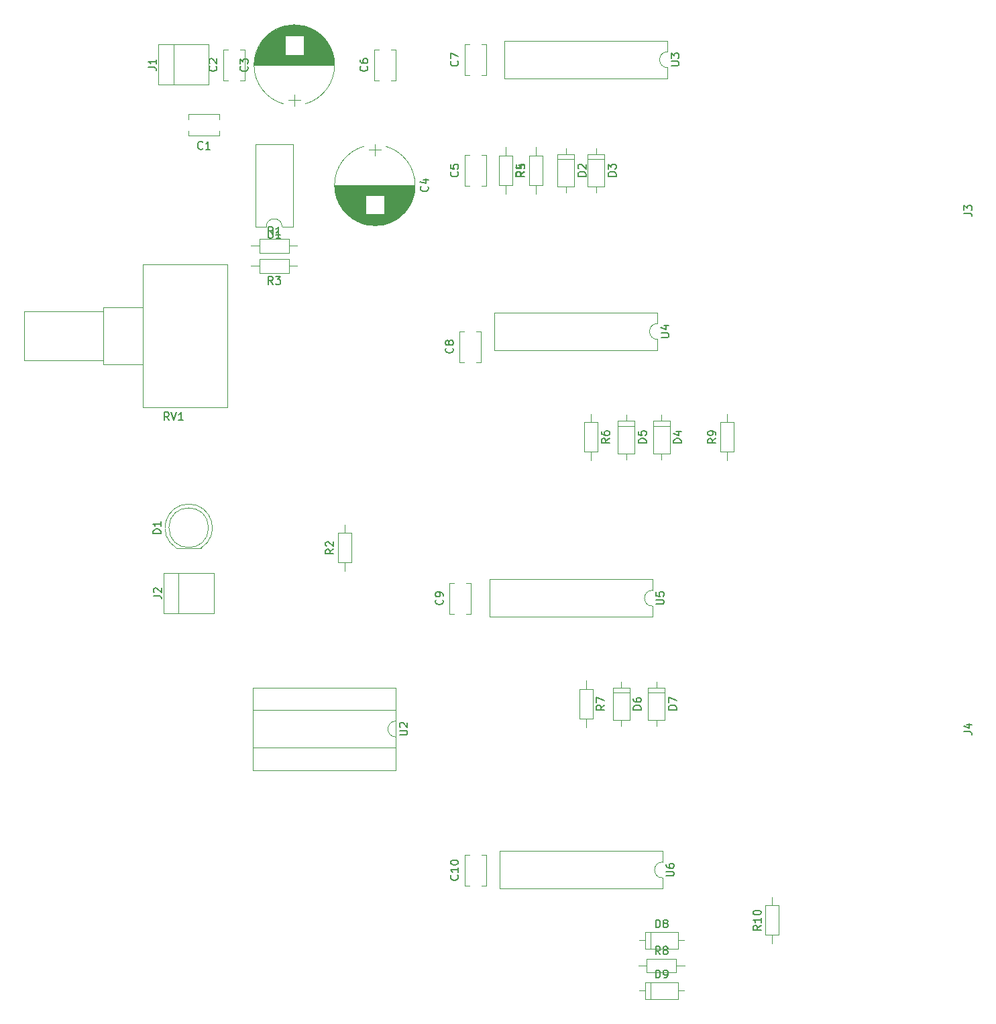
<source format=gbr>
G04 #@! TF.FileFunction,Legend,Top*
%FSLAX46Y46*%
G04 Gerber Fmt 4.6, Leading zero omitted, Abs format (unit mm)*
G04 Created by KiCad (PCBNEW 4.0.7) date 02/18/18 17:55:39*
%MOMM*%
%LPD*%
G01*
G04 APERTURE LIST*
%ADD10C,0.100000*%
%ADD11C,0.120000*%
%ADD12C,0.150000*%
G04 APERTURE END LIST*
D10*
D11*
X62350000Y-136160000D02*
X62350000Y-134790000D01*
X62350000Y-134790000D02*
X44330000Y-134790000D01*
X44330000Y-134790000D02*
X44330000Y-139530000D01*
X44330000Y-139530000D02*
X62350000Y-139530000D01*
X62350000Y-139530000D02*
X62350000Y-138160000D01*
X62350000Y-131960000D02*
X44330000Y-131960000D01*
X44330000Y-131960000D02*
X44330000Y-142360000D01*
X44330000Y-142360000D02*
X62350000Y-142360000D01*
X62350000Y-142360000D02*
X62350000Y-131960000D01*
X62350000Y-138160000D02*
G75*
G02X62350000Y-136160000I0J1000000D01*
G01*
X40080000Y-62320000D02*
X36160000Y-62320000D01*
X40080000Y-59600000D02*
X36160000Y-59600000D01*
X40080000Y-62320000D02*
X40080000Y-61710000D01*
X40080000Y-60210000D02*
X40080000Y-59600000D01*
X36160000Y-62320000D02*
X36160000Y-61710000D01*
X36160000Y-60210000D02*
X36160000Y-59600000D01*
X40550000Y-55320000D02*
X40550000Y-51400000D01*
X43270000Y-55320000D02*
X43270000Y-51400000D01*
X40550000Y-55320000D02*
X41160000Y-55320000D01*
X42660000Y-55320000D02*
X43270000Y-55320000D01*
X40550000Y-51400000D02*
X41160000Y-51400000D01*
X42660000Y-51400000D02*
X43270000Y-51400000D01*
X48146736Y-48481563D02*
G75*
G03X48150000Y-58279357I1383264J-4898437D01*
G01*
X50913264Y-48481563D02*
G75*
G02X50910000Y-58279357I-1383264J-4898437D01*
G01*
X50913264Y-48481563D02*
G75*
G03X48150000Y-48480643I-1383264J-4898437D01*
G01*
X44480000Y-53380000D02*
X54580000Y-53380000D01*
X44480000Y-53340000D02*
X54580000Y-53340000D01*
X44480000Y-53300000D02*
X54580000Y-53300000D01*
X44481000Y-53260000D02*
X54579000Y-53260000D01*
X44482000Y-53220000D02*
X54578000Y-53220000D01*
X44483000Y-53180000D02*
X54577000Y-53180000D01*
X44485000Y-53140000D02*
X54575000Y-53140000D01*
X44487000Y-53100000D02*
X54573000Y-53100000D01*
X44490000Y-53060000D02*
X54570000Y-53060000D01*
X44492000Y-53020000D02*
X54568000Y-53020000D01*
X44495000Y-52980000D02*
X54565000Y-52980000D01*
X44499000Y-52940000D02*
X54561000Y-52940000D01*
X44502000Y-52900000D02*
X54558000Y-52900000D01*
X44506000Y-52860000D02*
X54554000Y-52860000D01*
X44510000Y-52820000D02*
X54550000Y-52820000D01*
X44515000Y-52780000D02*
X54545000Y-52780000D01*
X44520000Y-52740000D02*
X54540000Y-52740000D01*
X44525000Y-52700000D02*
X54535000Y-52700000D01*
X44531000Y-52659000D02*
X54529000Y-52659000D01*
X44537000Y-52619000D02*
X54523000Y-52619000D01*
X44543000Y-52579000D02*
X54517000Y-52579000D01*
X44549000Y-52539000D02*
X54511000Y-52539000D01*
X44556000Y-52499000D02*
X54504000Y-52499000D01*
X44563000Y-52459000D02*
X54497000Y-52459000D01*
X44571000Y-52419000D02*
X54489000Y-52419000D01*
X44579000Y-52379000D02*
X54481000Y-52379000D01*
X44587000Y-52339000D02*
X54473000Y-52339000D01*
X44595000Y-52299000D02*
X54465000Y-52299000D01*
X44604000Y-52259000D02*
X54456000Y-52259000D01*
X44613000Y-52219000D02*
X54447000Y-52219000D01*
X44623000Y-52179000D02*
X54437000Y-52179000D01*
X44633000Y-52139000D02*
X54427000Y-52139000D01*
X44643000Y-52099000D02*
X54417000Y-52099000D01*
X44654000Y-52059000D02*
X48349000Y-52059000D01*
X50711000Y-52059000D02*
X54406000Y-52059000D01*
X44665000Y-52019000D02*
X48349000Y-52019000D01*
X50711000Y-52019000D02*
X54395000Y-52019000D01*
X44676000Y-51979000D02*
X48349000Y-51979000D01*
X50711000Y-51979000D02*
X54384000Y-51979000D01*
X44687000Y-51939000D02*
X48349000Y-51939000D01*
X50711000Y-51939000D02*
X54373000Y-51939000D01*
X44699000Y-51899000D02*
X48349000Y-51899000D01*
X50711000Y-51899000D02*
X54361000Y-51899000D01*
X44712000Y-51859000D02*
X48349000Y-51859000D01*
X50711000Y-51859000D02*
X54348000Y-51859000D01*
X44724000Y-51819000D02*
X48349000Y-51819000D01*
X50711000Y-51819000D02*
X54336000Y-51819000D01*
X44738000Y-51779000D02*
X48349000Y-51779000D01*
X50711000Y-51779000D02*
X54322000Y-51779000D01*
X44751000Y-51739000D02*
X48349000Y-51739000D01*
X50711000Y-51739000D02*
X54309000Y-51739000D01*
X44765000Y-51699000D02*
X48349000Y-51699000D01*
X50711000Y-51699000D02*
X54295000Y-51699000D01*
X44779000Y-51659000D02*
X48349000Y-51659000D01*
X50711000Y-51659000D02*
X54281000Y-51659000D01*
X44793000Y-51619000D02*
X48349000Y-51619000D01*
X50711000Y-51619000D02*
X54267000Y-51619000D01*
X44808000Y-51579000D02*
X48349000Y-51579000D01*
X50711000Y-51579000D02*
X54252000Y-51579000D01*
X44824000Y-51539000D02*
X48349000Y-51539000D01*
X50711000Y-51539000D02*
X54236000Y-51539000D01*
X44839000Y-51499000D02*
X48349000Y-51499000D01*
X50711000Y-51499000D02*
X54221000Y-51499000D01*
X44856000Y-51459000D02*
X48349000Y-51459000D01*
X50711000Y-51459000D02*
X54204000Y-51459000D01*
X44872000Y-51419000D02*
X48349000Y-51419000D01*
X50711000Y-51419000D02*
X54188000Y-51419000D01*
X44889000Y-51379000D02*
X48349000Y-51379000D01*
X50711000Y-51379000D02*
X54171000Y-51379000D01*
X44906000Y-51339000D02*
X48349000Y-51339000D01*
X50711000Y-51339000D02*
X54154000Y-51339000D01*
X44924000Y-51299000D02*
X48349000Y-51299000D01*
X50711000Y-51299000D02*
X54136000Y-51299000D01*
X44942000Y-51259000D02*
X48349000Y-51259000D01*
X50711000Y-51259000D02*
X54118000Y-51259000D01*
X44961000Y-51219000D02*
X48349000Y-51219000D01*
X50711000Y-51219000D02*
X54099000Y-51219000D01*
X44980000Y-51179000D02*
X48349000Y-51179000D01*
X50711000Y-51179000D02*
X54080000Y-51179000D01*
X44999000Y-51139000D02*
X48349000Y-51139000D01*
X50711000Y-51139000D02*
X54061000Y-51139000D01*
X45019000Y-51099000D02*
X48349000Y-51099000D01*
X50711000Y-51099000D02*
X54041000Y-51099000D01*
X45039000Y-51059000D02*
X48349000Y-51059000D01*
X50711000Y-51059000D02*
X54021000Y-51059000D01*
X45060000Y-51019000D02*
X48349000Y-51019000D01*
X50711000Y-51019000D02*
X54000000Y-51019000D01*
X45081000Y-50979000D02*
X48349000Y-50979000D01*
X50711000Y-50979000D02*
X53979000Y-50979000D01*
X45102000Y-50939000D02*
X48349000Y-50939000D01*
X50711000Y-50939000D02*
X53958000Y-50939000D01*
X45125000Y-50899000D02*
X48349000Y-50899000D01*
X50711000Y-50899000D02*
X53935000Y-50899000D01*
X45147000Y-50859000D02*
X48349000Y-50859000D01*
X50711000Y-50859000D02*
X53913000Y-50859000D01*
X45170000Y-50819000D02*
X48349000Y-50819000D01*
X50711000Y-50819000D02*
X53890000Y-50819000D01*
X45194000Y-50779000D02*
X48349000Y-50779000D01*
X50711000Y-50779000D02*
X53866000Y-50779000D01*
X45218000Y-50739000D02*
X48349000Y-50739000D01*
X50711000Y-50739000D02*
X53842000Y-50739000D01*
X45242000Y-50699000D02*
X48349000Y-50699000D01*
X50711000Y-50699000D02*
X53818000Y-50699000D01*
X45267000Y-50659000D02*
X48349000Y-50659000D01*
X50711000Y-50659000D02*
X53793000Y-50659000D01*
X45293000Y-50619000D02*
X48349000Y-50619000D01*
X50711000Y-50619000D02*
X53767000Y-50619000D01*
X45319000Y-50579000D02*
X48349000Y-50579000D01*
X50711000Y-50579000D02*
X53741000Y-50579000D01*
X45345000Y-50539000D02*
X48349000Y-50539000D01*
X50711000Y-50539000D02*
X53715000Y-50539000D01*
X45373000Y-50499000D02*
X48349000Y-50499000D01*
X50711000Y-50499000D02*
X53687000Y-50499000D01*
X45400000Y-50459000D02*
X48349000Y-50459000D01*
X50711000Y-50459000D02*
X53660000Y-50459000D01*
X45429000Y-50419000D02*
X48349000Y-50419000D01*
X50711000Y-50419000D02*
X53631000Y-50419000D01*
X45458000Y-50379000D02*
X48349000Y-50379000D01*
X50711000Y-50379000D02*
X53602000Y-50379000D01*
X45487000Y-50339000D02*
X48349000Y-50339000D01*
X50711000Y-50339000D02*
X53573000Y-50339000D01*
X45517000Y-50299000D02*
X48349000Y-50299000D01*
X50711000Y-50299000D02*
X53543000Y-50299000D01*
X45548000Y-50259000D02*
X48349000Y-50259000D01*
X50711000Y-50259000D02*
X53512000Y-50259000D01*
X45579000Y-50219000D02*
X48349000Y-50219000D01*
X50711000Y-50219000D02*
X53481000Y-50219000D01*
X45611000Y-50179000D02*
X48349000Y-50179000D01*
X50711000Y-50179000D02*
X53449000Y-50179000D01*
X45644000Y-50139000D02*
X48349000Y-50139000D01*
X50711000Y-50139000D02*
X53416000Y-50139000D01*
X45677000Y-50099000D02*
X48349000Y-50099000D01*
X50711000Y-50099000D02*
X53383000Y-50099000D01*
X45711000Y-50059000D02*
X48349000Y-50059000D01*
X50711000Y-50059000D02*
X53349000Y-50059000D01*
X45746000Y-50019000D02*
X48349000Y-50019000D01*
X50711000Y-50019000D02*
X53314000Y-50019000D01*
X45782000Y-49979000D02*
X48349000Y-49979000D01*
X50711000Y-49979000D02*
X53278000Y-49979000D01*
X45818000Y-49939000D02*
X48349000Y-49939000D01*
X50711000Y-49939000D02*
X53242000Y-49939000D01*
X45855000Y-49899000D02*
X48349000Y-49899000D01*
X50711000Y-49899000D02*
X53205000Y-49899000D01*
X45893000Y-49859000D02*
X48349000Y-49859000D01*
X50711000Y-49859000D02*
X53167000Y-49859000D01*
X45932000Y-49819000D02*
X48349000Y-49819000D01*
X50711000Y-49819000D02*
X53128000Y-49819000D01*
X45971000Y-49779000D02*
X48349000Y-49779000D01*
X50711000Y-49779000D02*
X53089000Y-49779000D01*
X46012000Y-49739000D02*
X48349000Y-49739000D01*
X50711000Y-49739000D02*
X53048000Y-49739000D01*
X46053000Y-49699000D02*
X53007000Y-49699000D01*
X46095000Y-49659000D02*
X52965000Y-49659000D01*
X46139000Y-49619000D02*
X52921000Y-49619000D01*
X46183000Y-49579000D02*
X52877000Y-49579000D01*
X46228000Y-49539000D02*
X52832000Y-49539000D01*
X46275000Y-49499000D02*
X52785000Y-49499000D01*
X46323000Y-49459000D02*
X52737000Y-49459000D01*
X46372000Y-49419000D02*
X52688000Y-49419000D01*
X46422000Y-49379000D02*
X52638000Y-49379000D01*
X46473000Y-49339000D02*
X52587000Y-49339000D01*
X46526000Y-49299000D02*
X52534000Y-49299000D01*
X46581000Y-49259000D02*
X52479000Y-49259000D01*
X46636000Y-49219000D02*
X52424000Y-49219000D01*
X46694000Y-49179000D02*
X52366000Y-49179000D01*
X46753000Y-49139000D02*
X52307000Y-49139000D01*
X46815000Y-49099000D02*
X52245000Y-49099000D01*
X46878000Y-49059000D02*
X52182000Y-49059000D01*
X46943000Y-49019000D02*
X52117000Y-49019000D01*
X47011000Y-48979000D02*
X52049000Y-48979000D01*
X47081000Y-48939000D02*
X51979000Y-48939000D01*
X47153000Y-48899000D02*
X51907000Y-48899000D01*
X47229000Y-48859000D02*
X51831000Y-48859000D01*
X47308000Y-48819000D02*
X51752000Y-48819000D01*
X47390000Y-48779000D02*
X51670000Y-48779000D01*
X47477000Y-48739000D02*
X51583000Y-48739000D01*
X47568000Y-48699000D02*
X51492000Y-48699000D01*
X47664000Y-48659000D02*
X51396000Y-48659000D01*
X47767000Y-48619000D02*
X51293000Y-48619000D01*
X47876000Y-48579000D02*
X51184000Y-48579000D01*
X47994000Y-48539000D02*
X51066000Y-48539000D01*
X48123000Y-48499000D02*
X50937000Y-48499000D01*
X48265000Y-48459000D02*
X50795000Y-48459000D01*
X48426000Y-48419000D02*
X50634000Y-48419000D01*
X48617000Y-48379000D02*
X50443000Y-48379000D01*
X48858000Y-48339000D02*
X50202000Y-48339000D01*
X49251000Y-48299000D02*
X49809000Y-48299000D01*
X49530000Y-58580000D02*
X49530000Y-57080000D01*
X48780000Y-57830000D02*
X50280000Y-57830000D01*
X61073264Y-73438437D02*
G75*
G03X61070000Y-63640643I-1383264J4898437D01*
G01*
X58306736Y-73438437D02*
G75*
G02X58310000Y-63640643I1383264J4898437D01*
G01*
X58306736Y-73438437D02*
G75*
G03X61070000Y-73439357I1383264J4898437D01*
G01*
X64740000Y-68540000D02*
X54640000Y-68540000D01*
X64740000Y-68580000D02*
X54640000Y-68580000D01*
X64740000Y-68620000D02*
X54640000Y-68620000D01*
X64739000Y-68660000D02*
X54641000Y-68660000D01*
X64738000Y-68700000D02*
X54642000Y-68700000D01*
X64737000Y-68740000D02*
X54643000Y-68740000D01*
X64735000Y-68780000D02*
X54645000Y-68780000D01*
X64733000Y-68820000D02*
X54647000Y-68820000D01*
X64730000Y-68860000D02*
X54650000Y-68860000D01*
X64728000Y-68900000D02*
X54652000Y-68900000D01*
X64725000Y-68940000D02*
X54655000Y-68940000D01*
X64721000Y-68980000D02*
X54659000Y-68980000D01*
X64718000Y-69020000D02*
X54662000Y-69020000D01*
X64714000Y-69060000D02*
X54666000Y-69060000D01*
X64710000Y-69100000D02*
X54670000Y-69100000D01*
X64705000Y-69140000D02*
X54675000Y-69140000D01*
X64700000Y-69180000D02*
X54680000Y-69180000D01*
X64695000Y-69220000D02*
X54685000Y-69220000D01*
X64689000Y-69261000D02*
X54691000Y-69261000D01*
X64683000Y-69301000D02*
X54697000Y-69301000D01*
X64677000Y-69341000D02*
X54703000Y-69341000D01*
X64671000Y-69381000D02*
X54709000Y-69381000D01*
X64664000Y-69421000D02*
X54716000Y-69421000D01*
X64657000Y-69461000D02*
X54723000Y-69461000D01*
X64649000Y-69501000D02*
X54731000Y-69501000D01*
X64641000Y-69541000D02*
X54739000Y-69541000D01*
X64633000Y-69581000D02*
X54747000Y-69581000D01*
X64625000Y-69621000D02*
X54755000Y-69621000D01*
X64616000Y-69661000D02*
X54764000Y-69661000D01*
X64607000Y-69701000D02*
X54773000Y-69701000D01*
X64597000Y-69741000D02*
X54783000Y-69741000D01*
X64587000Y-69781000D02*
X54793000Y-69781000D01*
X64577000Y-69821000D02*
X54803000Y-69821000D01*
X64566000Y-69861000D02*
X60871000Y-69861000D01*
X58509000Y-69861000D02*
X54814000Y-69861000D01*
X64555000Y-69901000D02*
X60871000Y-69901000D01*
X58509000Y-69901000D02*
X54825000Y-69901000D01*
X64544000Y-69941000D02*
X60871000Y-69941000D01*
X58509000Y-69941000D02*
X54836000Y-69941000D01*
X64533000Y-69981000D02*
X60871000Y-69981000D01*
X58509000Y-69981000D02*
X54847000Y-69981000D01*
X64521000Y-70021000D02*
X60871000Y-70021000D01*
X58509000Y-70021000D02*
X54859000Y-70021000D01*
X64508000Y-70061000D02*
X60871000Y-70061000D01*
X58509000Y-70061000D02*
X54872000Y-70061000D01*
X64496000Y-70101000D02*
X60871000Y-70101000D01*
X58509000Y-70101000D02*
X54884000Y-70101000D01*
X64482000Y-70141000D02*
X60871000Y-70141000D01*
X58509000Y-70141000D02*
X54898000Y-70141000D01*
X64469000Y-70181000D02*
X60871000Y-70181000D01*
X58509000Y-70181000D02*
X54911000Y-70181000D01*
X64455000Y-70221000D02*
X60871000Y-70221000D01*
X58509000Y-70221000D02*
X54925000Y-70221000D01*
X64441000Y-70261000D02*
X60871000Y-70261000D01*
X58509000Y-70261000D02*
X54939000Y-70261000D01*
X64427000Y-70301000D02*
X60871000Y-70301000D01*
X58509000Y-70301000D02*
X54953000Y-70301000D01*
X64412000Y-70341000D02*
X60871000Y-70341000D01*
X58509000Y-70341000D02*
X54968000Y-70341000D01*
X64396000Y-70381000D02*
X60871000Y-70381000D01*
X58509000Y-70381000D02*
X54984000Y-70381000D01*
X64381000Y-70421000D02*
X60871000Y-70421000D01*
X58509000Y-70421000D02*
X54999000Y-70421000D01*
X64364000Y-70461000D02*
X60871000Y-70461000D01*
X58509000Y-70461000D02*
X55016000Y-70461000D01*
X64348000Y-70501000D02*
X60871000Y-70501000D01*
X58509000Y-70501000D02*
X55032000Y-70501000D01*
X64331000Y-70541000D02*
X60871000Y-70541000D01*
X58509000Y-70541000D02*
X55049000Y-70541000D01*
X64314000Y-70581000D02*
X60871000Y-70581000D01*
X58509000Y-70581000D02*
X55066000Y-70581000D01*
X64296000Y-70621000D02*
X60871000Y-70621000D01*
X58509000Y-70621000D02*
X55084000Y-70621000D01*
X64278000Y-70661000D02*
X60871000Y-70661000D01*
X58509000Y-70661000D02*
X55102000Y-70661000D01*
X64259000Y-70701000D02*
X60871000Y-70701000D01*
X58509000Y-70701000D02*
X55121000Y-70701000D01*
X64240000Y-70741000D02*
X60871000Y-70741000D01*
X58509000Y-70741000D02*
X55140000Y-70741000D01*
X64221000Y-70781000D02*
X60871000Y-70781000D01*
X58509000Y-70781000D02*
X55159000Y-70781000D01*
X64201000Y-70821000D02*
X60871000Y-70821000D01*
X58509000Y-70821000D02*
X55179000Y-70821000D01*
X64181000Y-70861000D02*
X60871000Y-70861000D01*
X58509000Y-70861000D02*
X55199000Y-70861000D01*
X64160000Y-70901000D02*
X60871000Y-70901000D01*
X58509000Y-70901000D02*
X55220000Y-70901000D01*
X64139000Y-70941000D02*
X60871000Y-70941000D01*
X58509000Y-70941000D02*
X55241000Y-70941000D01*
X64118000Y-70981000D02*
X60871000Y-70981000D01*
X58509000Y-70981000D02*
X55262000Y-70981000D01*
X64095000Y-71021000D02*
X60871000Y-71021000D01*
X58509000Y-71021000D02*
X55285000Y-71021000D01*
X64073000Y-71061000D02*
X60871000Y-71061000D01*
X58509000Y-71061000D02*
X55307000Y-71061000D01*
X64050000Y-71101000D02*
X60871000Y-71101000D01*
X58509000Y-71101000D02*
X55330000Y-71101000D01*
X64026000Y-71141000D02*
X60871000Y-71141000D01*
X58509000Y-71141000D02*
X55354000Y-71141000D01*
X64002000Y-71181000D02*
X60871000Y-71181000D01*
X58509000Y-71181000D02*
X55378000Y-71181000D01*
X63978000Y-71221000D02*
X60871000Y-71221000D01*
X58509000Y-71221000D02*
X55402000Y-71221000D01*
X63953000Y-71261000D02*
X60871000Y-71261000D01*
X58509000Y-71261000D02*
X55427000Y-71261000D01*
X63927000Y-71301000D02*
X60871000Y-71301000D01*
X58509000Y-71301000D02*
X55453000Y-71301000D01*
X63901000Y-71341000D02*
X60871000Y-71341000D01*
X58509000Y-71341000D02*
X55479000Y-71341000D01*
X63875000Y-71381000D02*
X60871000Y-71381000D01*
X58509000Y-71381000D02*
X55505000Y-71381000D01*
X63847000Y-71421000D02*
X60871000Y-71421000D01*
X58509000Y-71421000D02*
X55533000Y-71421000D01*
X63820000Y-71461000D02*
X60871000Y-71461000D01*
X58509000Y-71461000D02*
X55560000Y-71461000D01*
X63791000Y-71501000D02*
X60871000Y-71501000D01*
X58509000Y-71501000D02*
X55589000Y-71501000D01*
X63762000Y-71541000D02*
X60871000Y-71541000D01*
X58509000Y-71541000D02*
X55618000Y-71541000D01*
X63733000Y-71581000D02*
X60871000Y-71581000D01*
X58509000Y-71581000D02*
X55647000Y-71581000D01*
X63703000Y-71621000D02*
X60871000Y-71621000D01*
X58509000Y-71621000D02*
X55677000Y-71621000D01*
X63672000Y-71661000D02*
X60871000Y-71661000D01*
X58509000Y-71661000D02*
X55708000Y-71661000D01*
X63641000Y-71701000D02*
X60871000Y-71701000D01*
X58509000Y-71701000D02*
X55739000Y-71701000D01*
X63609000Y-71741000D02*
X60871000Y-71741000D01*
X58509000Y-71741000D02*
X55771000Y-71741000D01*
X63576000Y-71781000D02*
X60871000Y-71781000D01*
X58509000Y-71781000D02*
X55804000Y-71781000D01*
X63543000Y-71821000D02*
X60871000Y-71821000D01*
X58509000Y-71821000D02*
X55837000Y-71821000D01*
X63509000Y-71861000D02*
X60871000Y-71861000D01*
X58509000Y-71861000D02*
X55871000Y-71861000D01*
X63474000Y-71901000D02*
X60871000Y-71901000D01*
X58509000Y-71901000D02*
X55906000Y-71901000D01*
X63438000Y-71941000D02*
X60871000Y-71941000D01*
X58509000Y-71941000D02*
X55942000Y-71941000D01*
X63402000Y-71981000D02*
X60871000Y-71981000D01*
X58509000Y-71981000D02*
X55978000Y-71981000D01*
X63365000Y-72021000D02*
X60871000Y-72021000D01*
X58509000Y-72021000D02*
X56015000Y-72021000D01*
X63327000Y-72061000D02*
X60871000Y-72061000D01*
X58509000Y-72061000D02*
X56053000Y-72061000D01*
X63288000Y-72101000D02*
X60871000Y-72101000D01*
X58509000Y-72101000D02*
X56092000Y-72101000D01*
X63249000Y-72141000D02*
X60871000Y-72141000D01*
X58509000Y-72141000D02*
X56131000Y-72141000D01*
X63208000Y-72181000D02*
X60871000Y-72181000D01*
X58509000Y-72181000D02*
X56172000Y-72181000D01*
X63167000Y-72221000D02*
X56213000Y-72221000D01*
X63125000Y-72261000D02*
X56255000Y-72261000D01*
X63081000Y-72301000D02*
X56299000Y-72301000D01*
X63037000Y-72341000D02*
X56343000Y-72341000D01*
X62992000Y-72381000D02*
X56388000Y-72381000D01*
X62945000Y-72421000D02*
X56435000Y-72421000D01*
X62897000Y-72461000D02*
X56483000Y-72461000D01*
X62848000Y-72501000D02*
X56532000Y-72501000D01*
X62798000Y-72541000D02*
X56582000Y-72541000D01*
X62747000Y-72581000D02*
X56633000Y-72581000D01*
X62694000Y-72621000D02*
X56686000Y-72621000D01*
X62639000Y-72661000D02*
X56741000Y-72661000D01*
X62584000Y-72701000D02*
X56796000Y-72701000D01*
X62526000Y-72741000D02*
X56854000Y-72741000D01*
X62467000Y-72781000D02*
X56913000Y-72781000D01*
X62405000Y-72821000D02*
X56975000Y-72821000D01*
X62342000Y-72861000D02*
X57038000Y-72861000D01*
X62277000Y-72901000D02*
X57103000Y-72901000D01*
X62209000Y-72941000D02*
X57171000Y-72941000D01*
X62139000Y-72981000D02*
X57241000Y-72981000D01*
X62067000Y-73021000D02*
X57313000Y-73021000D01*
X61991000Y-73061000D02*
X57389000Y-73061000D01*
X61912000Y-73101000D02*
X57468000Y-73101000D01*
X61830000Y-73141000D02*
X57550000Y-73141000D01*
X61743000Y-73181000D02*
X57637000Y-73181000D01*
X61652000Y-73221000D02*
X57728000Y-73221000D01*
X61556000Y-73261000D02*
X57824000Y-73261000D01*
X61453000Y-73301000D02*
X57927000Y-73301000D01*
X61344000Y-73341000D02*
X58036000Y-73341000D01*
X61226000Y-73381000D02*
X58154000Y-73381000D01*
X61097000Y-73421000D02*
X58283000Y-73421000D01*
X60955000Y-73461000D02*
X58425000Y-73461000D01*
X60794000Y-73501000D02*
X58586000Y-73501000D01*
X60603000Y-73541000D02*
X58777000Y-73541000D01*
X60362000Y-73581000D02*
X59018000Y-73581000D01*
X59969000Y-73621000D02*
X59411000Y-73621000D01*
X59690000Y-63340000D02*
X59690000Y-64840000D01*
X60440000Y-64090000D02*
X58940000Y-64090000D01*
X71030000Y-68655000D02*
X71030000Y-64735000D01*
X73750000Y-68655000D02*
X73750000Y-64735000D01*
X71030000Y-68655000D02*
X71640000Y-68655000D01*
X73140000Y-68655000D02*
X73750000Y-68655000D01*
X71030000Y-64735000D02*
X71640000Y-64735000D01*
X73140000Y-64735000D02*
X73750000Y-64735000D01*
X59600000Y-55320000D02*
X59600000Y-51400000D01*
X62320000Y-55320000D02*
X62320000Y-51400000D01*
X59600000Y-55320000D02*
X60210000Y-55320000D01*
X61710000Y-55320000D02*
X62320000Y-55320000D01*
X59600000Y-51400000D02*
X60210000Y-51400000D01*
X61710000Y-51400000D02*
X62320000Y-51400000D01*
X71030000Y-54685000D02*
X71030000Y-50765000D01*
X73750000Y-54685000D02*
X73750000Y-50765000D01*
X71030000Y-54685000D02*
X71640000Y-54685000D01*
X73140000Y-54685000D02*
X73750000Y-54685000D01*
X71030000Y-50765000D02*
X71640000Y-50765000D01*
X73140000Y-50765000D02*
X73750000Y-50765000D01*
X70395000Y-90880000D02*
X70395000Y-86960000D01*
X73115000Y-90880000D02*
X73115000Y-86960000D01*
X70395000Y-90880000D02*
X71005000Y-90880000D01*
X72505000Y-90880000D02*
X73115000Y-90880000D01*
X70395000Y-86960000D02*
X71005000Y-86960000D01*
X72505000Y-86960000D02*
X73115000Y-86960000D01*
X69125000Y-122630000D02*
X69125000Y-118710000D01*
X71845000Y-122630000D02*
X71845000Y-118710000D01*
X69125000Y-122630000D02*
X69735000Y-122630000D01*
X71235000Y-122630000D02*
X71845000Y-122630000D01*
X69125000Y-118710000D02*
X69735000Y-118710000D01*
X71235000Y-118710000D02*
X71845000Y-118710000D01*
X71030000Y-156920000D02*
X71030000Y-153000000D01*
X73750000Y-156920000D02*
X73750000Y-153000000D01*
X71030000Y-156920000D02*
X71640000Y-156920000D01*
X73140000Y-156920000D02*
X73750000Y-156920000D01*
X71030000Y-153000000D02*
X71640000Y-153000000D01*
X73140000Y-153000000D02*
X73750000Y-153000000D01*
X36195462Y-108770000D02*
G75*
G03X34650170Y-114320000I-462J-2990000D01*
G01*
X36194538Y-108770000D02*
G75*
G02X37739830Y-114320000I462J-2990000D01*
G01*
X38695000Y-111760000D02*
G75*
G03X38695000Y-111760000I-2500000J0D01*
G01*
X34650000Y-114320000D02*
X37740000Y-114320000D01*
X84880000Y-64615000D02*
X82760000Y-64615000D01*
X82760000Y-64615000D02*
X82760000Y-68735000D01*
X82760000Y-68735000D02*
X84880000Y-68735000D01*
X84880000Y-68735000D02*
X84880000Y-64615000D01*
X83820000Y-63845000D02*
X83820000Y-64615000D01*
X83820000Y-69505000D02*
X83820000Y-68735000D01*
X84880000Y-65275000D02*
X82760000Y-65275000D01*
X88690000Y-64615000D02*
X86570000Y-64615000D01*
X86570000Y-64615000D02*
X86570000Y-68735000D01*
X86570000Y-68735000D02*
X88690000Y-68735000D01*
X88690000Y-68735000D02*
X88690000Y-64615000D01*
X87630000Y-63845000D02*
X87630000Y-64615000D01*
X87630000Y-69505000D02*
X87630000Y-68735000D01*
X88690000Y-65275000D02*
X86570000Y-65275000D01*
X96945000Y-98270000D02*
X94825000Y-98270000D01*
X94825000Y-98270000D02*
X94825000Y-102390000D01*
X94825000Y-102390000D02*
X96945000Y-102390000D01*
X96945000Y-102390000D02*
X96945000Y-98270000D01*
X95885000Y-97500000D02*
X95885000Y-98270000D01*
X95885000Y-103160000D02*
X95885000Y-102390000D01*
X96945000Y-98930000D02*
X94825000Y-98930000D01*
X92500000Y-98270000D02*
X90380000Y-98270000D01*
X90380000Y-98270000D02*
X90380000Y-102390000D01*
X90380000Y-102390000D02*
X92500000Y-102390000D01*
X92500000Y-102390000D02*
X92500000Y-98270000D01*
X91440000Y-97500000D02*
X91440000Y-98270000D01*
X91440000Y-103160000D02*
X91440000Y-102390000D01*
X92500000Y-98930000D02*
X90380000Y-98930000D01*
X91865000Y-131925000D02*
X89745000Y-131925000D01*
X89745000Y-131925000D02*
X89745000Y-136045000D01*
X89745000Y-136045000D02*
X91865000Y-136045000D01*
X91865000Y-136045000D02*
X91865000Y-131925000D01*
X90805000Y-131155000D02*
X90805000Y-131925000D01*
X90805000Y-136815000D02*
X90805000Y-136045000D01*
X91865000Y-132585000D02*
X89745000Y-132585000D01*
X96310000Y-131925000D02*
X94190000Y-131925000D01*
X94190000Y-131925000D02*
X94190000Y-136045000D01*
X94190000Y-136045000D02*
X96310000Y-136045000D01*
X96310000Y-136045000D02*
X96310000Y-131925000D01*
X95250000Y-131155000D02*
X95250000Y-131925000D01*
X95250000Y-136815000D02*
X95250000Y-136045000D01*
X96310000Y-132585000D02*
X94190000Y-132585000D01*
X93825000Y-162770000D02*
X93825000Y-164890000D01*
X93825000Y-164890000D02*
X97945000Y-164890000D01*
X97945000Y-164890000D02*
X97945000Y-162770000D01*
X97945000Y-162770000D02*
X93825000Y-162770000D01*
X93055000Y-163830000D02*
X93825000Y-163830000D01*
X98715000Y-163830000D02*
X97945000Y-163830000D01*
X94485000Y-162770000D02*
X94485000Y-164890000D01*
X93825000Y-169120000D02*
X93825000Y-171240000D01*
X93825000Y-171240000D02*
X97945000Y-171240000D01*
X97945000Y-171240000D02*
X97945000Y-169120000D01*
X97945000Y-169120000D02*
X93825000Y-169120000D01*
X93055000Y-170180000D02*
X93825000Y-170180000D01*
X98715000Y-170180000D02*
X97945000Y-170180000D01*
X94485000Y-169120000D02*
X94485000Y-171240000D01*
X34290000Y-50800000D02*
X34290000Y-55880000D01*
X38730000Y-50800000D02*
X38730000Y-55880000D01*
X32390000Y-55880000D02*
X32390000Y-50800000D01*
X32390000Y-55880000D02*
X38730000Y-55880000D01*
X32390000Y-50800000D02*
X38730000Y-50800000D01*
X34925000Y-117475000D02*
X34925000Y-122555000D01*
X39365000Y-117475000D02*
X39365000Y-122555000D01*
X33025000Y-122555000D02*
X33025000Y-117475000D01*
X33025000Y-122555000D02*
X39365000Y-122555000D01*
X33025000Y-117475000D02*
X39365000Y-117475000D01*
X45130000Y-75340000D02*
X45130000Y-77060000D01*
X45130000Y-77060000D02*
X48850000Y-77060000D01*
X48850000Y-77060000D02*
X48850000Y-75340000D01*
X48850000Y-75340000D02*
X45130000Y-75340000D01*
X44060000Y-76200000D02*
X45130000Y-76200000D01*
X49920000Y-76200000D02*
X48850000Y-76200000D01*
X55020000Y-116160000D02*
X56740000Y-116160000D01*
X56740000Y-116160000D02*
X56740000Y-112440000D01*
X56740000Y-112440000D02*
X55020000Y-112440000D01*
X55020000Y-112440000D02*
X55020000Y-116160000D01*
X55880000Y-117230000D02*
X55880000Y-116160000D01*
X55880000Y-111370000D02*
X55880000Y-112440000D01*
X48850000Y-79600000D02*
X48850000Y-77880000D01*
X48850000Y-77880000D02*
X45130000Y-77880000D01*
X45130000Y-77880000D02*
X45130000Y-79600000D01*
X45130000Y-79600000D02*
X48850000Y-79600000D01*
X49920000Y-78740000D02*
X48850000Y-78740000D01*
X44060000Y-78740000D02*
X45130000Y-78740000D01*
X77060000Y-64815000D02*
X75340000Y-64815000D01*
X75340000Y-64815000D02*
X75340000Y-68535000D01*
X75340000Y-68535000D02*
X77060000Y-68535000D01*
X77060000Y-68535000D02*
X77060000Y-64815000D01*
X76200000Y-63745000D02*
X76200000Y-64815000D01*
X76200000Y-69605000D02*
X76200000Y-68535000D01*
X79150000Y-68535000D02*
X80870000Y-68535000D01*
X80870000Y-68535000D02*
X80870000Y-64815000D01*
X80870000Y-64815000D02*
X79150000Y-64815000D01*
X79150000Y-64815000D02*
X79150000Y-68535000D01*
X80010000Y-69605000D02*
X80010000Y-68535000D01*
X80010000Y-63745000D02*
X80010000Y-64815000D01*
X87855000Y-98470000D02*
X86135000Y-98470000D01*
X86135000Y-98470000D02*
X86135000Y-102190000D01*
X86135000Y-102190000D02*
X87855000Y-102190000D01*
X87855000Y-102190000D02*
X87855000Y-98470000D01*
X86995000Y-97400000D02*
X86995000Y-98470000D01*
X86995000Y-103260000D02*
X86995000Y-102190000D01*
X87220000Y-132125000D02*
X85500000Y-132125000D01*
X85500000Y-132125000D02*
X85500000Y-135845000D01*
X85500000Y-135845000D02*
X87220000Y-135845000D01*
X87220000Y-135845000D02*
X87220000Y-132125000D01*
X86360000Y-131055000D02*
X86360000Y-132125000D01*
X86360000Y-136915000D02*
X86360000Y-135845000D01*
X94025000Y-166145000D02*
X94025000Y-167865000D01*
X94025000Y-167865000D02*
X97745000Y-167865000D01*
X97745000Y-167865000D02*
X97745000Y-166145000D01*
X97745000Y-166145000D02*
X94025000Y-166145000D01*
X92955000Y-167005000D02*
X94025000Y-167005000D01*
X98815000Y-167005000D02*
X97745000Y-167005000D01*
X103280000Y-102190000D02*
X105000000Y-102190000D01*
X105000000Y-102190000D02*
X105000000Y-98470000D01*
X105000000Y-98470000D02*
X103280000Y-98470000D01*
X103280000Y-98470000D02*
X103280000Y-102190000D01*
X104140000Y-103260000D02*
X104140000Y-102190000D01*
X104140000Y-97400000D02*
X104140000Y-98470000D01*
X108995000Y-163150000D02*
X110715000Y-163150000D01*
X110715000Y-163150000D02*
X110715000Y-159430000D01*
X110715000Y-159430000D02*
X108995000Y-159430000D01*
X108995000Y-159430000D02*
X108995000Y-163150000D01*
X109855000Y-164220000D02*
X109855000Y-163150000D01*
X109855000Y-158360000D02*
X109855000Y-159430000D01*
X41050000Y-96560000D02*
X30430000Y-96560000D01*
X41050000Y-78539000D02*
X30430000Y-78539000D01*
X41050000Y-96560000D02*
X41050000Y-78539000D01*
X30430000Y-96560000D02*
X30430000Y-78539000D01*
X30430000Y-91110000D02*
X25430000Y-91110000D01*
X30430000Y-83990000D02*
X25430000Y-83990000D01*
X30430000Y-91110000D02*
X30430000Y-83990000D01*
X25430000Y-91110000D02*
X25430000Y-83990000D01*
X25430000Y-90610000D02*
X15430000Y-90610000D01*
X25430000Y-84490000D02*
X15430000Y-84490000D01*
X25430000Y-90610000D02*
X25430000Y-84490000D01*
X15430000Y-90610000D02*
X15430000Y-84490000D01*
X47990000Y-73780000D02*
X49360000Y-73780000D01*
X49360000Y-73780000D02*
X49360000Y-63380000D01*
X49360000Y-63380000D02*
X44620000Y-63380000D01*
X44620000Y-63380000D02*
X44620000Y-73780000D01*
X44620000Y-73780000D02*
X45990000Y-73780000D01*
X45990000Y-73780000D02*
G75*
G02X47990000Y-73780000I1000000J0D01*
G01*
X96640000Y-51705000D02*
X96640000Y-50335000D01*
X96640000Y-50335000D02*
X76080000Y-50335000D01*
X76080000Y-50335000D02*
X76080000Y-55075000D01*
X76080000Y-55075000D02*
X96640000Y-55075000D01*
X96640000Y-55075000D02*
X96640000Y-53705000D01*
X96640000Y-53705000D02*
G75*
G02X96640000Y-51705000I0J1000000D01*
G01*
X95370000Y-85995000D02*
X95370000Y-84625000D01*
X95370000Y-84625000D02*
X74810000Y-84625000D01*
X74810000Y-84625000D02*
X74810000Y-89365000D01*
X74810000Y-89365000D02*
X95370000Y-89365000D01*
X95370000Y-89365000D02*
X95370000Y-87995000D01*
X95370000Y-87995000D02*
G75*
G02X95370000Y-85995000I0J1000000D01*
G01*
X94735000Y-119650000D02*
X94735000Y-118280000D01*
X94735000Y-118280000D02*
X74175000Y-118280000D01*
X74175000Y-118280000D02*
X74175000Y-123020000D01*
X74175000Y-123020000D02*
X94735000Y-123020000D01*
X94735000Y-123020000D02*
X94735000Y-121650000D01*
X94735000Y-121650000D02*
G75*
G02X94735000Y-119650000I0J1000000D01*
G01*
X96005000Y-153940000D02*
X96005000Y-152570000D01*
X96005000Y-152570000D02*
X75445000Y-152570000D01*
X75445000Y-152570000D02*
X75445000Y-157310000D01*
X75445000Y-157310000D02*
X96005000Y-157310000D01*
X96005000Y-157310000D02*
X96005000Y-155940000D01*
X96005000Y-155940000D02*
G75*
G02X96005000Y-153940000I0J1000000D01*
G01*
D12*
X134072381Y-72088333D02*
X134786667Y-72088333D01*
X134929524Y-72135953D01*
X135024762Y-72231191D01*
X135072381Y-72374048D01*
X135072381Y-72469286D01*
X134072381Y-71707381D02*
X134072381Y-71088333D01*
X134453333Y-71421667D01*
X134453333Y-71278809D01*
X134500952Y-71183571D01*
X134548571Y-71135952D01*
X134643810Y-71088333D01*
X134881905Y-71088333D01*
X134977143Y-71135952D01*
X135024762Y-71183571D01*
X135072381Y-71278809D01*
X135072381Y-71564524D01*
X135024762Y-71659762D01*
X134977143Y-71707381D01*
X62802381Y-137921905D02*
X63611905Y-137921905D01*
X63707143Y-137874286D01*
X63754762Y-137826667D01*
X63802381Y-137731429D01*
X63802381Y-137540952D01*
X63754762Y-137445714D01*
X63707143Y-137398095D01*
X63611905Y-137350476D01*
X62802381Y-137350476D01*
X62897619Y-136921905D02*
X62850000Y-136874286D01*
X62802381Y-136779048D01*
X62802381Y-136540952D01*
X62850000Y-136445714D01*
X62897619Y-136398095D01*
X62992857Y-136350476D01*
X63088095Y-136350476D01*
X63230952Y-136398095D01*
X63802381Y-136969524D01*
X63802381Y-136350476D01*
X37953334Y-63927143D02*
X37905715Y-63974762D01*
X37762858Y-64022381D01*
X37667620Y-64022381D01*
X37524762Y-63974762D01*
X37429524Y-63879524D01*
X37381905Y-63784286D01*
X37334286Y-63593810D01*
X37334286Y-63450952D01*
X37381905Y-63260476D01*
X37429524Y-63165238D01*
X37524762Y-63070000D01*
X37667620Y-63022381D01*
X37762858Y-63022381D01*
X37905715Y-63070000D01*
X37953334Y-63117619D01*
X38905715Y-64022381D02*
X38334286Y-64022381D01*
X38620000Y-64022381D02*
X38620000Y-63022381D01*
X38524762Y-63165238D01*
X38429524Y-63260476D01*
X38334286Y-63308095D01*
X39657143Y-53526666D02*
X39704762Y-53574285D01*
X39752381Y-53717142D01*
X39752381Y-53812380D01*
X39704762Y-53955238D01*
X39609524Y-54050476D01*
X39514286Y-54098095D01*
X39323810Y-54145714D01*
X39180952Y-54145714D01*
X38990476Y-54098095D01*
X38895238Y-54050476D01*
X38800000Y-53955238D01*
X38752381Y-53812380D01*
X38752381Y-53717142D01*
X38800000Y-53574285D01*
X38847619Y-53526666D01*
X38847619Y-53145714D02*
X38800000Y-53098095D01*
X38752381Y-53002857D01*
X38752381Y-52764761D01*
X38800000Y-52669523D01*
X38847619Y-52621904D01*
X38942857Y-52574285D01*
X39038095Y-52574285D01*
X39180952Y-52621904D01*
X39752381Y-53193333D01*
X39752381Y-52574285D01*
X43577143Y-53546666D02*
X43624762Y-53594285D01*
X43672381Y-53737142D01*
X43672381Y-53832380D01*
X43624762Y-53975238D01*
X43529524Y-54070476D01*
X43434286Y-54118095D01*
X43243810Y-54165714D01*
X43100952Y-54165714D01*
X42910476Y-54118095D01*
X42815238Y-54070476D01*
X42720000Y-53975238D01*
X42672381Y-53832380D01*
X42672381Y-53737142D01*
X42720000Y-53594285D01*
X42767619Y-53546666D01*
X42672381Y-53213333D02*
X42672381Y-52594285D01*
X43053333Y-52927619D01*
X43053333Y-52784761D01*
X43100952Y-52689523D01*
X43148571Y-52641904D01*
X43243810Y-52594285D01*
X43481905Y-52594285D01*
X43577143Y-52641904D01*
X43624762Y-52689523D01*
X43672381Y-52784761D01*
X43672381Y-53070476D01*
X43624762Y-53165714D01*
X43577143Y-53213333D01*
X66357143Y-68706666D02*
X66404762Y-68754285D01*
X66452381Y-68897142D01*
X66452381Y-68992380D01*
X66404762Y-69135238D01*
X66309524Y-69230476D01*
X66214286Y-69278095D01*
X66023810Y-69325714D01*
X65880952Y-69325714D01*
X65690476Y-69278095D01*
X65595238Y-69230476D01*
X65500000Y-69135238D01*
X65452381Y-68992380D01*
X65452381Y-68897142D01*
X65500000Y-68754285D01*
X65547619Y-68706666D01*
X65785714Y-67849523D02*
X66452381Y-67849523D01*
X65404762Y-68087619D02*
X66119048Y-68325714D01*
X66119048Y-67706666D01*
X70137143Y-66861666D02*
X70184762Y-66909285D01*
X70232381Y-67052142D01*
X70232381Y-67147380D01*
X70184762Y-67290238D01*
X70089524Y-67385476D01*
X69994286Y-67433095D01*
X69803810Y-67480714D01*
X69660952Y-67480714D01*
X69470476Y-67433095D01*
X69375238Y-67385476D01*
X69280000Y-67290238D01*
X69232381Y-67147380D01*
X69232381Y-67052142D01*
X69280000Y-66909285D01*
X69327619Y-66861666D01*
X69232381Y-65956904D02*
X69232381Y-66433095D01*
X69708571Y-66480714D01*
X69660952Y-66433095D01*
X69613333Y-66337857D01*
X69613333Y-66099761D01*
X69660952Y-66004523D01*
X69708571Y-65956904D01*
X69803810Y-65909285D01*
X70041905Y-65909285D01*
X70137143Y-65956904D01*
X70184762Y-66004523D01*
X70232381Y-66099761D01*
X70232381Y-66337857D01*
X70184762Y-66433095D01*
X70137143Y-66480714D01*
X58707143Y-53526666D02*
X58754762Y-53574285D01*
X58802381Y-53717142D01*
X58802381Y-53812380D01*
X58754762Y-53955238D01*
X58659524Y-54050476D01*
X58564286Y-54098095D01*
X58373810Y-54145714D01*
X58230952Y-54145714D01*
X58040476Y-54098095D01*
X57945238Y-54050476D01*
X57850000Y-53955238D01*
X57802381Y-53812380D01*
X57802381Y-53717142D01*
X57850000Y-53574285D01*
X57897619Y-53526666D01*
X57802381Y-52669523D02*
X57802381Y-52860000D01*
X57850000Y-52955238D01*
X57897619Y-53002857D01*
X58040476Y-53098095D01*
X58230952Y-53145714D01*
X58611905Y-53145714D01*
X58707143Y-53098095D01*
X58754762Y-53050476D01*
X58802381Y-52955238D01*
X58802381Y-52764761D01*
X58754762Y-52669523D01*
X58707143Y-52621904D01*
X58611905Y-52574285D01*
X58373810Y-52574285D01*
X58278571Y-52621904D01*
X58230952Y-52669523D01*
X58183333Y-52764761D01*
X58183333Y-52955238D01*
X58230952Y-53050476D01*
X58278571Y-53098095D01*
X58373810Y-53145714D01*
X70137143Y-52891666D02*
X70184762Y-52939285D01*
X70232381Y-53082142D01*
X70232381Y-53177380D01*
X70184762Y-53320238D01*
X70089524Y-53415476D01*
X69994286Y-53463095D01*
X69803810Y-53510714D01*
X69660952Y-53510714D01*
X69470476Y-53463095D01*
X69375238Y-53415476D01*
X69280000Y-53320238D01*
X69232381Y-53177380D01*
X69232381Y-53082142D01*
X69280000Y-52939285D01*
X69327619Y-52891666D01*
X69232381Y-52558333D02*
X69232381Y-51891666D01*
X70232381Y-52320238D01*
X69502143Y-89086666D02*
X69549762Y-89134285D01*
X69597381Y-89277142D01*
X69597381Y-89372380D01*
X69549762Y-89515238D01*
X69454524Y-89610476D01*
X69359286Y-89658095D01*
X69168810Y-89705714D01*
X69025952Y-89705714D01*
X68835476Y-89658095D01*
X68740238Y-89610476D01*
X68645000Y-89515238D01*
X68597381Y-89372380D01*
X68597381Y-89277142D01*
X68645000Y-89134285D01*
X68692619Y-89086666D01*
X69025952Y-88515238D02*
X68978333Y-88610476D01*
X68930714Y-88658095D01*
X68835476Y-88705714D01*
X68787857Y-88705714D01*
X68692619Y-88658095D01*
X68645000Y-88610476D01*
X68597381Y-88515238D01*
X68597381Y-88324761D01*
X68645000Y-88229523D01*
X68692619Y-88181904D01*
X68787857Y-88134285D01*
X68835476Y-88134285D01*
X68930714Y-88181904D01*
X68978333Y-88229523D01*
X69025952Y-88324761D01*
X69025952Y-88515238D01*
X69073571Y-88610476D01*
X69121190Y-88658095D01*
X69216429Y-88705714D01*
X69406905Y-88705714D01*
X69502143Y-88658095D01*
X69549762Y-88610476D01*
X69597381Y-88515238D01*
X69597381Y-88324761D01*
X69549762Y-88229523D01*
X69502143Y-88181904D01*
X69406905Y-88134285D01*
X69216429Y-88134285D01*
X69121190Y-88181904D01*
X69073571Y-88229523D01*
X69025952Y-88324761D01*
X68232143Y-120836666D02*
X68279762Y-120884285D01*
X68327381Y-121027142D01*
X68327381Y-121122380D01*
X68279762Y-121265238D01*
X68184524Y-121360476D01*
X68089286Y-121408095D01*
X67898810Y-121455714D01*
X67755952Y-121455714D01*
X67565476Y-121408095D01*
X67470238Y-121360476D01*
X67375000Y-121265238D01*
X67327381Y-121122380D01*
X67327381Y-121027142D01*
X67375000Y-120884285D01*
X67422619Y-120836666D01*
X68327381Y-120360476D02*
X68327381Y-120170000D01*
X68279762Y-120074761D01*
X68232143Y-120027142D01*
X68089286Y-119931904D01*
X67898810Y-119884285D01*
X67517857Y-119884285D01*
X67422619Y-119931904D01*
X67375000Y-119979523D01*
X67327381Y-120074761D01*
X67327381Y-120265238D01*
X67375000Y-120360476D01*
X67422619Y-120408095D01*
X67517857Y-120455714D01*
X67755952Y-120455714D01*
X67851190Y-120408095D01*
X67898810Y-120360476D01*
X67946429Y-120265238D01*
X67946429Y-120074761D01*
X67898810Y-119979523D01*
X67851190Y-119931904D01*
X67755952Y-119884285D01*
X70137143Y-155602857D02*
X70184762Y-155650476D01*
X70232381Y-155793333D01*
X70232381Y-155888571D01*
X70184762Y-156031429D01*
X70089524Y-156126667D01*
X69994286Y-156174286D01*
X69803810Y-156221905D01*
X69660952Y-156221905D01*
X69470476Y-156174286D01*
X69375238Y-156126667D01*
X69280000Y-156031429D01*
X69232381Y-155888571D01*
X69232381Y-155793333D01*
X69280000Y-155650476D01*
X69327619Y-155602857D01*
X70232381Y-154650476D02*
X70232381Y-155221905D01*
X70232381Y-154936191D02*
X69232381Y-154936191D01*
X69375238Y-155031429D01*
X69470476Y-155126667D01*
X69518095Y-155221905D01*
X69232381Y-154031429D02*
X69232381Y-153936190D01*
X69280000Y-153840952D01*
X69327619Y-153793333D01*
X69422857Y-153745714D01*
X69613333Y-153698095D01*
X69851429Y-153698095D01*
X70041905Y-153745714D01*
X70137143Y-153793333D01*
X70184762Y-153840952D01*
X70232381Y-153936190D01*
X70232381Y-154031429D01*
X70184762Y-154126667D01*
X70137143Y-154174286D01*
X70041905Y-154221905D01*
X69851429Y-154269524D01*
X69613333Y-154269524D01*
X69422857Y-154221905D01*
X69327619Y-154174286D01*
X69280000Y-154126667D01*
X69232381Y-154031429D01*
X32687381Y-112498095D02*
X31687381Y-112498095D01*
X31687381Y-112260000D01*
X31735000Y-112117142D01*
X31830238Y-112021904D01*
X31925476Y-111974285D01*
X32115952Y-111926666D01*
X32258810Y-111926666D01*
X32449286Y-111974285D01*
X32544524Y-112021904D01*
X32639762Y-112117142D01*
X32687381Y-112260000D01*
X32687381Y-112498095D01*
X32687381Y-110974285D02*
X32687381Y-111545714D01*
X32687381Y-111260000D02*
X31687381Y-111260000D01*
X31830238Y-111355238D01*
X31925476Y-111450476D01*
X31973095Y-111545714D01*
X86332381Y-67413095D02*
X85332381Y-67413095D01*
X85332381Y-67175000D01*
X85380000Y-67032142D01*
X85475238Y-66936904D01*
X85570476Y-66889285D01*
X85760952Y-66841666D01*
X85903810Y-66841666D01*
X86094286Y-66889285D01*
X86189524Y-66936904D01*
X86284762Y-67032142D01*
X86332381Y-67175000D01*
X86332381Y-67413095D01*
X85427619Y-66460714D02*
X85380000Y-66413095D01*
X85332381Y-66317857D01*
X85332381Y-66079761D01*
X85380000Y-65984523D01*
X85427619Y-65936904D01*
X85522857Y-65889285D01*
X85618095Y-65889285D01*
X85760952Y-65936904D01*
X86332381Y-66508333D01*
X86332381Y-65889285D01*
X90142381Y-67413095D02*
X89142381Y-67413095D01*
X89142381Y-67175000D01*
X89190000Y-67032142D01*
X89285238Y-66936904D01*
X89380476Y-66889285D01*
X89570952Y-66841666D01*
X89713810Y-66841666D01*
X89904286Y-66889285D01*
X89999524Y-66936904D01*
X90094762Y-67032142D01*
X90142381Y-67175000D01*
X90142381Y-67413095D01*
X89142381Y-66508333D02*
X89142381Y-65889285D01*
X89523333Y-66222619D01*
X89523333Y-66079761D01*
X89570952Y-65984523D01*
X89618571Y-65936904D01*
X89713810Y-65889285D01*
X89951905Y-65889285D01*
X90047143Y-65936904D01*
X90094762Y-65984523D01*
X90142381Y-66079761D01*
X90142381Y-66365476D01*
X90094762Y-66460714D01*
X90047143Y-66508333D01*
X98397381Y-101068095D02*
X97397381Y-101068095D01*
X97397381Y-100830000D01*
X97445000Y-100687142D01*
X97540238Y-100591904D01*
X97635476Y-100544285D01*
X97825952Y-100496666D01*
X97968810Y-100496666D01*
X98159286Y-100544285D01*
X98254524Y-100591904D01*
X98349762Y-100687142D01*
X98397381Y-100830000D01*
X98397381Y-101068095D01*
X97730714Y-99639523D02*
X98397381Y-99639523D01*
X97349762Y-99877619D02*
X98064048Y-100115714D01*
X98064048Y-99496666D01*
X93952381Y-101068095D02*
X92952381Y-101068095D01*
X92952381Y-100830000D01*
X93000000Y-100687142D01*
X93095238Y-100591904D01*
X93190476Y-100544285D01*
X93380952Y-100496666D01*
X93523810Y-100496666D01*
X93714286Y-100544285D01*
X93809524Y-100591904D01*
X93904762Y-100687142D01*
X93952381Y-100830000D01*
X93952381Y-101068095D01*
X92952381Y-99591904D02*
X92952381Y-100068095D01*
X93428571Y-100115714D01*
X93380952Y-100068095D01*
X93333333Y-99972857D01*
X93333333Y-99734761D01*
X93380952Y-99639523D01*
X93428571Y-99591904D01*
X93523810Y-99544285D01*
X93761905Y-99544285D01*
X93857143Y-99591904D01*
X93904762Y-99639523D01*
X93952381Y-99734761D01*
X93952381Y-99972857D01*
X93904762Y-100068095D01*
X93857143Y-100115714D01*
X93317381Y-134723095D02*
X92317381Y-134723095D01*
X92317381Y-134485000D01*
X92365000Y-134342142D01*
X92460238Y-134246904D01*
X92555476Y-134199285D01*
X92745952Y-134151666D01*
X92888810Y-134151666D01*
X93079286Y-134199285D01*
X93174524Y-134246904D01*
X93269762Y-134342142D01*
X93317381Y-134485000D01*
X93317381Y-134723095D01*
X92317381Y-133294523D02*
X92317381Y-133485000D01*
X92365000Y-133580238D01*
X92412619Y-133627857D01*
X92555476Y-133723095D01*
X92745952Y-133770714D01*
X93126905Y-133770714D01*
X93222143Y-133723095D01*
X93269762Y-133675476D01*
X93317381Y-133580238D01*
X93317381Y-133389761D01*
X93269762Y-133294523D01*
X93222143Y-133246904D01*
X93126905Y-133199285D01*
X92888810Y-133199285D01*
X92793571Y-133246904D01*
X92745952Y-133294523D01*
X92698333Y-133389761D01*
X92698333Y-133580238D01*
X92745952Y-133675476D01*
X92793571Y-133723095D01*
X92888810Y-133770714D01*
X97762381Y-134723095D02*
X96762381Y-134723095D01*
X96762381Y-134485000D01*
X96810000Y-134342142D01*
X96905238Y-134246904D01*
X97000476Y-134199285D01*
X97190952Y-134151666D01*
X97333810Y-134151666D01*
X97524286Y-134199285D01*
X97619524Y-134246904D01*
X97714762Y-134342142D01*
X97762381Y-134485000D01*
X97762381Y-134723095D01*
X96762381Y-133818333D02*
X96762381Y-133151666D01*
X97762381Y-133580238D01*
X95146905Y-162222381D02*
X95146905Y-161222381D01*
X95385000Y-161222381D01*
X95527858Y-161270000D01*
X95623096Y-161365238D01*
X95670715Y-161460476D01*
X95718334Y-161650952D01*
X95718334Y-161793810D01*
X95670715Y-161984286D01*
X95623096Y-162079524D01*
X95527858Y-162174762D01*
X95385000Y-162222381D01*
X95146905Y-162222381D01*
X96289762Y-161650952D02*
X96194524Y-161603333D01*
X96146905Y-161555714D01*
X96099286Y-161460476D01*
X96099286Y-161412857D01*
X96146905Y-161317619D01*
X96194524Y-161270000D01*
X96289762Y-161222381D01*
X96480239Y-161222381D01*
X96575477Y-161270000D01*
X96623096Y-161317619D01*
X96670715Y-161412857D01*
X96670715Y-161460476D01*
X96623096Y-161555714D01*
X96575477Y-161603333D01*
X96480239Y-161650952D01*
X96289762Y-161650952D01*
X96194524Y-161698571D01*
X96146905Y-161746190D01*
X96099286Y-161841429D01*
X96099286Y-162031905D01*
X96146905Y-162127143D01*
X96194524Y-162174762D01*
X96289762Y-162222381D01*
X96480239Y-162222381D01*
X96575477Y-162174762D01*
X96623096Y-162127143D01*
X96670715Y-162031905D01*
X96670715Y-161841429D01*
X96623096Y-161746190D01*
X96575477Y-161698571D01*
X96480239Y-161650952D01*
X95146905Y-168572381D02*
X95146905Y-167572381D01*
X95385000Y-167572381D01*
X95527858Y-167620000D01*
X95623096Y-167715238D01*
X95670715Y-167810476D01*
X95718334Y-168000952D01*
X95718334Y-168143810D01*
X95670715Y-168334286D01*
X95623096Y-168429524D01*
X95527858Y-168524762D01*
X95385000Y-168572381D01*
X95146905Y-168572381D01*
X96194524Y-168572381D02*
X96385000Y-168572381D01*
X96480239Y-168524762D01*
X96527858Y-168477143D01*
X96623096Y-168334286D01*
X96670715Y-168143810D01*
X96670715Y-167762857D01*
X96623096Y-167667619D01*
X96575477Y-167620000D01*
X96480239Y-167572381D01*
X96289762Y-167572381D01*
X96194524Y-167620000D01*
X96146905Y-167667619D01*
X96099286Y-167762857D01*
X96099286Y-168000952D01*
X96146905Y-168096190D01*
X96194524Y-168143810D01*
X96289762Y-168191429D01*
X96480239Y-168191429D01*
X96575477Y-168143810D01*
X96623096Y-168096190D01*
X96670715Y-168000952D01*
X31112381Y-53673333D02*
X31826667Y-53673333D01*
X31969524Y-53720953D01*
X32064762Y-53816191D01*
X32112381Y-53959048D01*
X32112381Y-54054286D01*
X32112381Y-52673333D02*
X32112381Y-53244762D01*
X32112381Y-52959048D02*
X31112381Y-52959048D01*
X31255238Y-53054286D01*
X31350476Y-53149524D01*
X31398095Y-53244762D01*
X31747381Y-120348333D02*
X32461667Y-120348333D01*
X32604524Y-120395953D01*
X32699762Y-120491191D01*
X32747381Y-120634048D01*
X32747381Y-120729286D01*
X31842619Y-119919762D02*
X31795000Y-119872143D01*
X31747381Y-119776905D01*
X31747381Y-119538809D01*
X31795000Y-119443571D01*
X31842619Y-119395952D01*
X31937857Y-119348333D01*
X32033095Y-119348333D01*
X32175952Y-119395952D01*
X32747381Y-119967381D01*
X32747381Y-119348333D01*
X134072381Y-137493333D02*
X134786667Y-137493333D01*
X134929524Y-137540953D01*
X135024762Y-137636191D01*
X135072381Y-137779048D01*
X135072381Y-137874286D01*
X134405714Y-136588571D02*
X135072381Y-136588571D01*
X134024762Y-136826667D02*
X134739048Y-137064762D01*
X134739048Y-136445714D01*
X46823334Y-74792381D02*
X46490000Y-74316190D01*
X46251905Y-74792381D02*
X46251905Y-73792381D01*
X46632858Y-73792381D01*
X46728096Y-73840000D01*
X46775715Y-73887619D01*
X46823334Y-73982857D01*
X46823334Y-74125714D01*
X46775715Y-74220952D01*
X46728096Y-74268571D01*
X46632858Y-74316190D01*
X46251905Y-74316190D01*
X47775715Y-74792381D02*
X47204286Y-74792381D01*
X47490000Y-74792381D02*
X47490000Y-73792381D01*
X47394762Y-73935238D01*
X47299524Y-74030476D01*
X47204286Y-74078095D01*
X54472381Y-114466666D02*
X53996190Y-114800000D01*
X54472381Y-115038095D02*
X53472381Y-115038095D01*
X53472381Y-114657142D01*
X53520000Y-114561904D01*
X53567619Y-114514285D01*
X53662857Y-114466666D01*
X53805714Y-114466666D01*
X53900952Y-114514285D01*
X53948571Y-114561904D01*
X53996190Y-114657142D01*
X53996190Y-115038095D01*
X53567619Y-114085714D02*
X53520000Y-114038095D01*
X53472381Y-113942857D01*
X53472381Y-113704761D01*
X53520000Y-113609523D01*
X53567619Y-113561904D01*
X53662857Y-113514285D01*
X53758095Y-113514285D01*
X53900952Y-113561904D01*
X54472381Y-114133333D01*
X54472381Y-113514285D01*
X46823334Y-81052381D02*
X46490000Y-80576190D01*
X46251905Y-81052381D02*
X46251905Y-80052381D01*
X46632858Y-80052381D01*
X46728096Y-80100000D01*
X46775715Y-80147619D01*
X46823334Y-80242857D01*
X46823334Y-80385714D01*
X46775715Y-80480952D01*
X46728096Y-80528571D01*
X46632858Y-80576190D01*
X46251905Y-80576190D01*
X47156667Y-80052381D02*
X47775715Y-80052381D01*
X47442381Y-80433333D01*
X47585239Y-80433333D01*
X47680477Y-80480952D01*
X47728096Y-80528571D01*
X47775715Y-80623810D01*
X47775715Y-80861905D01*
X47728096Y-80957143D01*
X47680477Y-81004762D01*
X47585239Y-81052381D01*
X47299524Y-81052381D01*
X47204286Y-81004762D01*
X47156667Y-80957143D01*
X78512381Y-66841666D02*
X78036190Y-67175000D01*
X78512381Y-67413095D02*
X77512381Y-67413095D01*
X77512381Y-67032142D01*
X77560000Y-66936904D01*
X77607619Y-66889285D01*
X77702857Y-66841666D01*
X77845714Y-66841666D01*
X77940952Y-66889285D01*
X77988571Y-66936904D01*
X78036190Y-67032142D01*
X78036190Y-67413095D01*
X77845714Y-65984523D02*
X78512381Y-65984523D01*
X77464762Y-66222619D02*
X78179048Y-66460714D01*
X78179048Y-65841666D01*
X78602381Y-66841666D02*
X78126190Y-67175000D01*
X78602381Y-67413095D02*
X77602381Y-67413095D01*
X77602381Y-67032142D01*
X77650000Y-66936904D01*
X77697619Y-66889285D01*
X77792857Y-66841666D01*
X77935714Y-66841666D01*
X78030952Y-66889285D01*
X78078571Y-66936904D01*
X78126190Y-67032142D01*
X78126190Y-67413095D01*
X77602381Y-65936904D02*
X77602381Y-66413095D01*
X78078571Y-66460714D01*
X78030952Y-66413095D01*
X77983333Y-66317857D01*
X77983333Y-66079761D01*
X78030952Y-65984523D01*
X78078571Y-65936904D01*
X78173810Y-65889285D01*
X78411905Y-65889285D01*
X78507143Y-65936904D01*
X78554762Y-65984523D01*
X78602381Y-66079761D01*
X78602381Y-66317857D01*
X78554762Y-66413095D01*
X78507143Y-66460714D01*
X89307381Y-100496666D02*
X88831190Y-100830000D01*
X89307381Y-101068095D02*
X88307381Y-101068095D01*
X88307381Y-100687142D01*
X88355000Y-100591904D01*
X88402619Y-100544285D01*
X88497857Y-100496666D01*
X88640714Y-100496666D01*
X88735952Y-100544285D01*
X88783571Y-100591904D01*
X88831190Y-100687142D01*
X88831190Y-101068095D01*
X88307381Y-99639523D02*
X88307381Y-99830000D01*
X88355000Y-99925238D01*
X88402619Y-99972857D01*
X88545476Y-100068095D01*
X88735952Y-100115714D01*
X89116905Y-100115714D01*
X89212143Y-100068095D01*
X89259762Y-100020476D01*
X89307381Y-99925238D01*
X89307381Y-99734761D01*
X89259762Y-99639523D01*
X89212143Y-99591904D01*
X89116905Y-99544285D01*
X88878810Y-99544285D01*
X88783571Y-99591904D01*
X88735952Y-99639523D01*
X88688333Y-99734761D01*
X88688333Y-99925238D01*
X88735952Y-100020476D01*
X88783571Y-100068095D01*
X88878810Y-100115714D01*
X88672381Y-134151666D02*
X88196190Y-134485000D01*
X88672381Y-134723095D02*
X87672381Y-134723095D01*
X87672381Y-134342142D01*
X87720000Y-134246904D01*
X87767619Y-134199285D01*
X87862857Y-134151666D01*
X88005714Y-134151666D01*
X88100952Y-134199285D01*
X88148571Y-134246904D01*
X88196190Y-134342142D01*
X88196190Y-134723095D01*
X87672381Y-133818333D02*
X87672381Y-133151666D01*
X88672381Y-133580238D01*
X95718334Y-165597381D02*
X95385000Y-165121190D01*
X95146905Y-165597381D02*
X95146905Y-164597381D01*
X95527858Y-164597381D01*
X95623096Y-164645000D01*
X95670715Y-164692619D01*
X95718334Y-164787857D01*
X95718334Y-164930714D01*
X95670715Y-165025952D01*
X95623096Y-165073571D01*
X95527858Y-165121190D01*
X95146905Y-165121190D01*
X96289762Y-165025952D02*
X96194524Y-164978333D01*
X96146905Y-164930714D01*
X96099286Y-164835476D01*
X96099286Y-164787857D01*
X96146905Y-164692619D01*
X96194524Y-164645000D01*
X96289762Y-164597381D01*
X96480239Y-164597381D01*
X96575477Y-164645000D01*
X96623096Y-164692619D01*
X96670715Y-164787857D01*
X96670715Y-164835476D01*
X96623096Y-164930714D01*
X96575477Y-164978333D01*
X96480239Y-165025952D01*
X96289762Y-165025952D01*
X96194524Y-165073571D01*
X96146905Y-165121190D01*
X96099286Y-165216429D01*
X96099286Y-165406905D01*
X96146905Y-165502143D01*
X96194524Y-165549762D01*
X96289762Y-165597381D01*
X96480239Y-165597381D01*
X96575477Y-165549762D01*
X96623096Y-165502143D01*
X96670715Y-165406905D01*
X96670715Y-165216429D01*
X96623096Y-165121190D01*
X96575477Y-165073571D01*
X96480239Y-165025952D01*
X102732381Y-100496666D02*
X102256190Y-100830000D01*
X102732381Y-101068095D02*
X101732381Y-101068095D01*
X101732381Y-100687142D01*
X101780000Y-100591904D01*
X101827619Y-100544285D01*
X101922857Y-100496666D01*
X102065714Y-100496666D01*
X102160952Y-100544285D01*
X102208571Y-100591904D01*
X102256190Y-100687142D01*
X102256190Y-101068095D01*
X102732381Y-100020476D02*
X102732381Y-99830000D01*
X102684762Y-99734761D01*
X102637143Y-99687142D01*
X102494286Y-99591904D01*
X102303810Y-99544285D01*
X101922857Y-99544285D01*
X101827619Y-99591904D01*
X101780000Y-99639523D01*
X101732381Y-99734761D01*
X101732381Y-99925238D01*
X101780000Y-100020476D01*
X101827619Y-100068095D01*
X101922857Y-100115714D01*
X102160952Y-100115714D01*
X102256190Y-100068095D01*
X102303810Y-100020476D01*
X102351429Y-99925238D01*
X102351429Y-99734761D01*
X102303810Y-99639523D01*
X102256190Y-99591904D01*
X102160952Y-99544285D01*
X108447381Y-161932857D02*
X107971190Y-162266191D01*
X108447381Y-162504286D02*
X107447381Y-162504286D01*
X107447381Y-162123333D01*
X107495000Y-162028095D01*
X107542619Y-161980476D01*
X107637857Y-161932857D01*
X107780714Y-161932857D01*
X107875952Y-161980476D01*
X107923571Y-162028095D01*
X107971190Y-162123333D01*
X107971190Y-162504286D01*
X108447381Y-160980476D02*
X108447381Y-161551905D01*
X108447381Y-161266191D02*
X107447381Y-161266191D01*
X107590238Y-161361429D01*
X107685476Y-161456667D01*
X107733095Y-161551905D01*
X107447381Y-160361429D02*
X107447381Y-160266190D01*
X107495000Y-160170952D01*
X107542619Y-160123333D01*
X107637857Y-160075714D01*
X107828333Y-160028095D01*
X108066429Y-160028095D01*
X108256905Y-160075714D01*
X108352143Y-160123333D01*
X108399762Y-160170952D01*
X108447381Y-160266190D01*
X108447381Y-160361429D01*
X108399762Y-160456667D01*
X108352143Y-160504286D01*
X108256905Y-160551905D01*
X108066429Y-160599524D01*
X107828333Y-160599524D01*
X107637857Y-160551905D01*
X107542619Y-160504286D01*
X107495000Y-160456667D01*
X107447381Y-160361429D01*
X33694762Y-98202381D02*
X33361428Y-97726190D01*
X33123333Y-98202381D02*
X33123333Y-97202381D01*
X33504286Y-97202381D01*
X33599524Y-97250000D01*
X33647143Y-97297619D01*
X33694762Y-97392857D01*
X33694762Y-97535714D01*
X33647143Y-97630952D01*
X33599524Y-97678571D01*
X33504286Y-97726190D01*
X33123333Y-97726190D01*
X33980476Y-97202381D02*
X34313809Y-98202381D01*
X34647143Y-97202381D01*
X35504286Y-98202381D02*
X34932857Y-98202381D01*
X35218571Y-98202381D02*
X35218571Y-97202381D01*
X35123333Y-97345238D01*
X35028095Y-97440476D01*
X34932857Y-97488095D01*
X46228095Y-74232381D02*
X46228095Y-75041905D01*
X46275714Y-75137143D01*
X46323333Y-75184762D01*
X46418571Y-75232381D01*
X46609048Y-75232381D01*
X46704286Y-75184762D01*
X46751905Y-75137143D01*
X46799524Y-75041905D01*
X46799524Y-74232381D01*
X47799524Y-75232381D02*
X47228095Y-75232381D01*
X47513809Y-75232381D02*
X47513809Y-74232381D01*
X47418571Y-74375238D01*
X47323333Y-74470476D01*
X47228095Y-74518095D01*
X97092381Y-53466905D02*
X97901905Y-53466905D01*
X97997143Y-53419286D01*
X98044762Y-53371667D01*
X98092381Y-53276429D01*
X98092381Y-53085952D01*
X98044762Y-52990714D01*
X97997143Y-52943095D01*
X97901905Y-52895476D01*
X97092381Y-52895476D01*
X97092381Y-52514524D02*
X97092381Y-51895476D01*
X97473333Y-52228810D01*
X97473333Y-52085952D01*
X97520952Y-51990714D01*
X97568571Y-51943095D01*
X97663810Y-51895476D01*
X97901905Y-51895476D01*
X97997143Y-51943095D01*
X98044762Y-51990714D01*
X98092381Y-52085952D01*
X98092381Y-52371667D01*
X98044762Y-52466905D01*
X97997143Y-52514524D01*
X95822381Y-87756905D02*
X96631905Y-87756905D01*
X96727143Y-87709286D01*
X96774762Y-87661667D01*
X96822381Y-87566429D01*
X96822381Y-87375952D01*
X96774762Y-87280714D01*
X96727143Y-87233095D01*
X96631905Y-87185476D01*
X95822381Y-87185476D01*
X96155714Y-86280714D02*
X96822381Y-86280714D01*
X95774762Y-86518810D02*
X96489048Y-86756905D01*
X96489048Y-86137857D01*
X95187381Y-121411905D02*
X95996905Y-121411905D01*
X96092143Y-121364286D01*
X96139762Y-121316667D01*
X96187381Y-121221429D01*
X96187381Y-121030952D01*
X96139762Y-120935714D01*
X96092143Y-120888095D01*
X95996905Y-120840476D01*
X95187381Y-120840476D01*
X95187381Y-119888095D02*
X95187381Y-120364286D01*
X95663571Y-120411905D01*
X95615952Y-120364286D01*
X95568333Y-120269048D01*
X95568333Y-120030952D01*
X95615952Y-119935714D01*
X95663571Y-119888095D01*
X95758810Y-119840476D01*
X95996905Y-119840476D01*
X96092143Y-119888095D01*
X96139762Y-119935714D01*
X96187381Y-120030952D01*
X96187381Y-120269048D01*
X96139762Y-120364286D01*
X96092143Y-120411905D01*
X96457381Y-155701905D02*
X97266905Y-155701905D01*
X97362143Y-155654286D01*
X97409762Y-155606667D01*
X97457381Y-155511429D01*
X97457381Y-155320952D01*
X97409762Y-155225714D01*
X97362143Y-155178095D01*
X97266905Y-155130476D01*
X96457381Y-155130476D01*
X96457381Y-154225714D02*
X96457381Y-154416191D01*
X96505000Y-154511429D01*
X96552619Y-154559048D01*
X96695476Y-154654286D01*
X96885952Y-154701905D01*
X97266905Y-154701905D01*
X97362143Y-154654286D01*
X97409762Y-154606667D01*
X97457381Y-154511429D01*
X97457381Y-154320952D01*
X97409762Y-154225714D01*
X97362143Y-154178095D01*
X97266905Y-154130476D01*
X97028810Y-154130476D01*
X96933571Y-154178095D01*
X96885952Y-154225714D01*
X96838333Y-154320952D01*
X96838333Y-154511429D01*
X96885952Y-154606667D01*
X96933571Y-154654286D01*
X97028810Y-154701905D01*
M02*

</source>
